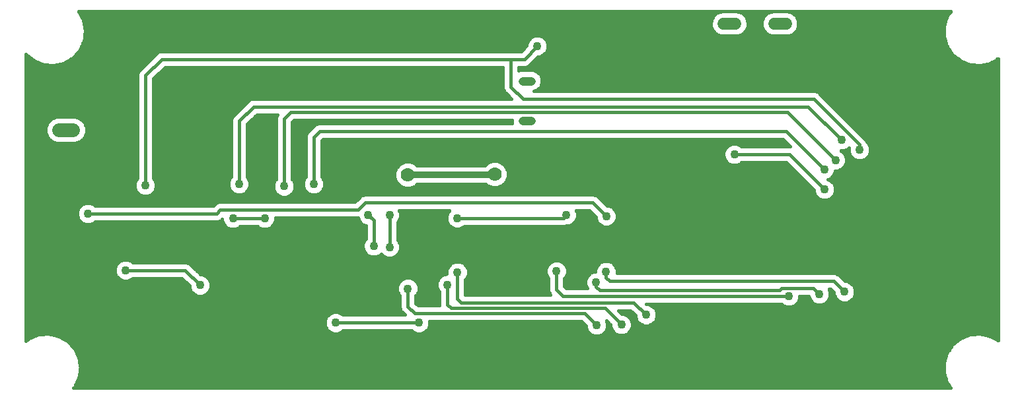
<source format=gbl>
G75*
%MOIN*%
%OFA0B0*%
%FSLAX25Y25*%
%IPPOS*%
%LPD*%
%AMOC8*
5,1,8,0,0,1.08239X$1,22.5*
%
%ADD10C,0.04400*%
%ADD11C,0.06000*%
%ADD12C,0.07050*%
%ADD13C,0.01600*%
%ADD14C,0.04356*%
%ADD15C,0.01000*%
%ADD16C,0.07000*%
%ADD17C,0.03200*%
D10*
X0256300Y0141000D02*
X0260700Y0141000D01*
X0260700Y0161000D02*
X0256300Y0161000D01*
D11*
X0357700Y0172100D02*
X0363700Y0172100D01*
X0383300Y0172100D02*
X0389300Y0172100D01*
X0389300Y0189900D02*
X0383300Y0189900D01*
X0363700Y0189900D02*
X0357700Y0189900D01*
D12*
X0029525Y0155843D02*
X0022475Y0155843D01*
X0022475Y0136157D02*
X0029525Y0136157D01*
D13*
X0030211Y0006311D02*
X0029737Y0005800D01*
X0472370Y0005800D01*
X0470503Y0008537D01*
X0470503Y0008537D01*
X0468992Y0013436D01*
X0468992Y0018564D01*
X0470503Y0023463D01*
X0470503Y0023463D01*
X0473391Y0027699D01*
X0473391Y0027699D01*
X0477400Y0030896D01*
X0477400Y0030896D01*
X0482173Y0032769D01*
X0482173Y0032769D01*
X0487285Y0033152D01*
X0487285Y0033152D01*
X0492284Y0032011D01*
X0492284Y0032011D01*
X0496200Y0029750D01*
X0496200Y0172250D01*
X0492284Y0169989D01*
X0492284Y0169989D01*
X0487285Y0168848D01*
X0487285Y0168848D01*
X0482173Y0169231D01*
X0482173Y0169231D01*
X0477400Y0171104D01*
X0473392Y0174301D01*
X0473391Y0174301D01*
X0470503Y0178537D01*
X0468992Y0183436D01*
X0468992Y0188564D01*
X0470503Y0193463D01*
X0472370Y0196200D01*
X0032237Y0196200D01*
X0032711Y0195689D01*
X0032711Y0195689D01*
X0034936Y0191070D01*
X0034936Y0191070D01*
X0035700Y0186000D01*
X0034936Y0180930D01*
X0034936Y0180930D01*
X0032711Y0176311D01*
X0032711Y0176311D01*
X0029224Y0172553D01*
X0029224Y0172552D01*
X0029224Y0172552D01*
X0024784Y0169989D01*
X0024784Y0169989D01*
X0019785Y0168848D01*
X0019785Y0168848D01*
X0014673Y0169231D01*
X0014673Y0169231D01*
X0009900Y0171104D01*
X0009900Y0171104D01*
X0005892Y0174301D01*
X0005891Y0174301D01*
X0005891Y0174301D01*
X0005800Y0174435D01*
X0005800Y0029620D01*
X0007400Y0030896D01*
X0007400Y0030896D01*
X0012173Y0032769D01*
X0012173Y0032769D01*
X0017285Y0033152D01*
X0017285Y0033152D01*
X0022284Y0032011D01*
X0022284Y0032011D01*
X0026724Y0029447D01*
X0026724Y0029447D01*
X0030211Y0025689D01*
X0030211Y0025689D01*
X0032436Y0021070D01*
X0033200Y0016000D01*
X0033200Y0016000D01*
X0032436Y0010930D01*
X0032436Y0010930D01*
X0030211Y0006311D01*
X0030211Y0006311D01*
X0030733Y0007394D02*
X0471283Y0007394D01*
X0470363Y0008993D02*
X0031503Y0008993D01*
X0032273Y0010591D02*
X0469870Y0010591D01*
X0469377Y0012190D02*
X0032626Y0012190D01*
X0032867Y0013788D02*
X0468992Y0013788D01*
X0468992Y0015387D02*
X0033108Y0015387D01*
X0033052Y0016985D02*
X0468992Y0016985D01*
X0468998Y0018584D02*
X0032811Y0018584D01*
X0032570Y0020182D02*
X0469491Y0020182D01*
X0469984Y0021781D02*
X0032094Y0021781D01*
X0031324Y0023379D02*
X0470478Y0023379D01*
X0471536Y0024978D02*
X0030554Y0024978D01*
X0029388Y0026576D02*
X0472626Y0026576D01*
X0473988Y0028175D02*
X0027905Y0028175D01*
X0026160Y0029773D02*
X0475993Y0029773D01*
X0478613Y0031372D02*
X0023391Y0031372D01*
X0018081Y0032970D02*
X0290624Y0032970D01*
X0290654Y0032941D02*
X0292630Y0032122D01*
X0294770Y0032122D01*
X0296746Y0032941D01*
X0298259Y0034454D01*
X0299078Y0036430D01*
X0299078Y0038570D01*
X0298586Y0039757D01*
X0300822Y0037521D01*
X0300822Y0036730D01*
X0301641Y0034754D01*
X0303154Y0033241D01*
X0305130Y0032422D01*
X0307270Y0032422D01*
X0309246Y0033241D01*
X0310759Y0034754D01*
X0311578Y0036730D01*
X0311578Y0038870D01*
X0310759Y0040846D01*
X0309246Y0042359D01*
X0307270Y0043178D01*
X0306479Y0043178D01*
X0304757Y0044900D01*
X0310843Y0044900D01*
X0313322Y0042421D01*
X0313322Y0041630D01*
X0314141Y0039654D01*
X0315654Y0038141D01*
X0317630Y0037322D01*
X0319770Y0037322D01*
X0321746Y0038141D01*
X0323259Y0039654D01*
X0324078Y0041630D01*
X0324078Y0043770D01*
X0323259Y0045746D01*
X0321746Y0047259D01*
X0319770Y0048078D01*
X0318979Y0048078D01*
X0318857Y0048200D01*
X0387194Y0048200D01*
X0387754Y0047641D01*
X0389730Y0046822D01*
X0391870Y0046822D01*
X0393846Y0047641D01*
X0395359Y0049154D01*
X0396178Y0051130D01*
X0396178Y0052300D01*
X0400722Y0052300D01*
X0400722Y0052130D01*
X0401541Y0050154D01*
X0403054Y0048641D01*
X0405030Y0047822D01*
X0407170Y0047822D01*
X0409146Y0048641D01*
X0410659Y0050154D01*
X0411478Y0052130D01*
X0411478Y0054270D01*
X0410886Y0055700D01*
X0411843Y0055700D01*
X0413422Y0054121D01*
X0413422Y0053330D01*
X0414241Y0051354D01*
X0415754Y0049841D01*
X0417730Y0049022D01*
X0419870Y0049022D01*
X0421846Y0049841D01*
X0423359Y0051354D01*
X0424178Y0053330D01*
X0424178Y0055470D01*
X0423359Y0057446D01*
X0421846Y0058959D01*
X0419870Y0059778D01*
X0419079Y0059778D01*
X0415766Y0063091D01*
X0414296Y0063700D01*
X0303878Y0063700D01*
X0303878Y0065570D01*
X0303059Y0067546D01*
X0301546Y0069059D01*
X0299570Y0069878D01*
X0297430Y0069878D01*
X0295454Y0069059D01*
X0293941Y0067546D01*
X0293122Y0065570D01*
X0293122Y0064578D01*
X0292430Y0064578D01*
X0290454Y0063759D01*
X0288941Y0062246D01*
X0288122Y0060270D01*
X0288122Y0058130D01*
X0288922Y0056200D01*
X0278457Y0056200D01*
X0277500Y0057157D01*
X0277500Y0061194D01*
X0278059Y0061754D01*
X0278878Y0063730D01*
X0278878Y0065870D01*
X0278059Y0067846D01*
X0276546Y0069359D01*
X0274570Y0070178D01*
X0272430Y0070178D01*
X0270454Y0069359D01*
X0268941Y0067846D01*
X0268122Y0065870D01*
X0268122Y0063730D01*
X0268941Y0061754D01*
X0269500Y0061194D01*
X0269500Y0054704D01*
X0270109Y0053234D01*
X0270443Y0052900D01*
X0227500Y0052900D01*
X0227500Y0060694D01*
X0228059Y0061254D01*
X0228878Y0063230D01*
X0228878Y0065370D01*
X0228059Y0067346D01*
X0226546Y0068859D01*
X0224570Y0069678D01*
X0222430Y0069678D01*
X0220454Y0068859D01*
X0218941Y0067346D01*
X0218122Y0065370D01*
X0218122Y0063378D01*
X0217430Y0063378D01*
X0215454Y0062559D01*
X0213941Y0061046D01*
X0213122Y0059070D01*
X0213122Y0056930D01*
X0213941Y0054954D01*
X0214500Y0054394D01*
X0214500Y0047400D01*
X0203657Y0047400D01*
X0202500Y0048557D01*
X0202500Y0052394D01*
X0203059Y0052954D01*
X0203878Y0054930D01*
X0203878Y0057070D01*
X0203059Y0059046D01*
X0201546Y0060559D01*
X0199570Y0061378D01*
X0197430Y0061378D01*
X0195454Y0060559D01*
X0193941Y0059046D01*
X0193122Y0057070D01*
X0193122Y0054930D01*
X0193941Y0052954D01*
X0194500Y0052394D01*
X0194500Y0046104D01*
X0195109Y0044634D01*
X0197043Y0042700D01*
X0165606Y0042700D01*
X0165046Y0043259D01*
X0163070Y0044078D01*
X0160930Y0044078D01*
X0158954Y0043259D01*
X0157441Y0041746D01*
X0156622Y0039770D01*
X0156622Y0037630D01*
X0157441Y0035654D01*
X0158954Y0034141D01*
X0160930Y0033322D01*
X0163070Y0033322D01*
X0165046Y0034141D01*
X0165606Y0034700D01*
X0200494Y0034700D01*
X0201054Y0034141D01*
X0203030Y0033322D01*
X0205170Y0033322D01*
X0207146Y0034141D01*
X0208659Y0035654D01*
X0209478Y0037630D01*
X0209478Y0039400D01*
X0286143Y0039400D01*
X0288322Y0037221D01*
X0288322Y0036430D01*
X0289141Y0034454D01*
X0290654Y0032941D01*
X0289093Y0034569D02*
X0207574Y0034569D01*
X0208872Y0036167D02*
X0288431Y0036167D01*
X0287777Y0037766D02*
X0209478Y0037766D01*
X0209478Y0039364D02*
X0286179Y0039364D01*
X0287800Y0043400D02*
X0293700Y0037500D01*
X0298749Y0039364D02*
X0298979Y0039364D01*
X0299078Y0037766D02*
X0300577Y0037766D01*
X0301055Y0036167D02*
X0298969Y0036167D01*
X0298307Y0034569D02*
X0301826Y0034569D01*
X0303807Y0032970D02*
X0296776Y0032970D01*
X0306200Y0037800D02*
X0297900Y0046100D01*
X0220300Y0046100D01*
X0218500Y0047900D01*
X0218500Y0058000D01*
X0213567Y0060145D02*
X0201961Y0060145D01*
X0203266Y0058546D02*
X0213122Y0058546D01*
X0213122Y0056948D02*
X0203878Y0056948D01*
X0203878Y0055349D02*
X0213777Y0055349D01*
X0214500Y0053751D02*
X0203389Y0053751D01*
X0202500Y0052152D02*
X0214500Y0052152D01*
X0214500Y0050554D02*
X0202500Y0050554D01*
X0202500Y0048955D02*
X0214500Y0048955D01*
X0223500Y0050900D02*
X0225500Y0048900D01*
X0312500Y0048900D01*
X0318700Y0042700D01*
X0324078Y0042561D02*
X0496200Y0042561D01*
X0496200Y0040963D02*
X0323801Y0040963D01*
X0322970Y0039364D02*
X0496200Y0039364D01*
X0496200Y0037766D02*
X0320841Y0037766D01*
X0316559Y0037766D02*
X0311578Y0037766D01*
X0311373Y0039364D02*
X0314430Y0039364D01*
X0313599Y0040963D02*
X0310643Y0040963D01*
X0308758Y0042561D02*
X0313182Y0042561D01*
X0311583Y0044160D02*
X0305497Y0044160D01*
X0287800Y0043400D02*
X0202000Y0043400D01*
X0198500Y0046900D01*
X0198500Y0056000D01*
X0193611Y0053751D02*
X0097256Y0053751D01*
X0096646Y0053141D02*
X0098159Y0054654D01*
X0098978Y0056630D01*
X0098978Y0058770D01*
X0098159Y0060746D01*
X0096646Y0062259D01*
X0094670Y0063078D01*
X0093879Y0063078D01*
X0088266Y0068691D01*
X0086796Y0069300D01*
X0059606Y0069300D01*
X0059046Y0069859D01*
X0057070Y0070678D01*
X0054930Y0070678D01*
X0052954Y0069859D01*
X0051441Y0068346D01*
X0050622Y0066370D01*
X0050622Y0064230D01*
X0051441Y0062254D01*
X0052954Y0060741D01*
X0054930Y0059922D01*
X0057070Y0059922D01*
X0059046Y0060741D01*
X0059606Y0061300D01*
X0084343Y0061300D01*
X0088222Y0057421D01*
X0088222Y0056630D01*
X0089041Y0054654D01*
X0090554Y0053141D01*
X0092530Y0052322D01*
X0094670Y0052322D01*
X0096646Y0053141D01*
X0098447Y0055349D02*
X0193122Y0055349D01*
X0193122Y0056948D02*
X0098978Y0056948D01*
X0098978Y0058546D02*
X0193734Y0058546D01*
X0195039Y0060145D02*
X0098408Y0060145D01*
X0097162Y0061743D02*
X0214638Y0061743D01*
X0217343Y0063342D02*
X0093615Y0063342D01*
X0092016Y0064940D02*
X0218122Y0064940D01*
X0218606Y0066539D02*
X0090418Y0066539D01*
X0088819Y0068137D02*
X0219732Y0068137D01*
X0223500Y0064300D02*
X0223500Y0050900D01*
X0227500Y0053751D02*
X0269895Y0053751D01*
X0269500Y0055349D02*
X0227500Y0055349D01*
X0227500Y0056948D02*
X0269500Y0056948D01*
X0269500Y0058546D02*
X0227500Y0058546D01*
X0227500Y0060145D02*
X0269500Y0060145D01*
X0268951Y0061743D02*
X0228262Y0061743D01*
X0228878Y0063342D02*
X0268283Y0063342D01*
X0268122Y0064940D02*
X0228878Y0064940D01*
X0228394Y0066539D02*
X0268399Y0066539D01*
X0269232Y0068137D02*
X0227268Y0068137D01*
X0244700Y0065300D02*
X0244700Y0062400D01*
X0243900Y0061600D01*
X0271363Y0069736D02*
X0059170Y0069736D01*
X0052830Y0069736D02*
X0005800Y0069736D01*
X0005800Y0071334D02*
X0496200Y0071334D01*
X0496200Y0069736D02*
X0299912Y0069736D01*
X0297088Y0069736D02*
X0275637Y0069736D01*
X0277768Y0068137D02*
X0294532Y0068137D01*
X0293524Y0066539D02*
X0278601Y0066539D01*
X0278878Y0064940D02*
X0293122Y0064940D01*
X0290036Y0063342D02*
X0278717Y0063342D01*
X0278049Y0061743D02*
X0288732Y0061743D01*
X0288122Y0060145D02*
X0277500Y0060145D01*
X0277500Y0058546D02*
X0288122Y0058546D01*
X0288612Y0056948D02*
X0277709Y0056948D01*
X0273500Y0055500D02*
X0276800Y0052200D01*
X0390800Y0052200D01*
X0396178Y0052152D02*
X0400722Y0052152D01*
X0401375Y0050554D02*
X0395939Y0050554D01*
X0395161Y0048955D02*
X0402739Y0048955D01*
X0409461Y0048955D02*
X0496200Y0048955D01*
X0496200Y0047357D02*
X0393161Y0047357D01*
X0388439Y0047357D02*
X0321511Y0047357D01*
X0323247Y0045758D02*
X0496200Y0045758D01*
X0496200Y0044160D02*
X0323916Y0044160D01*
X0311345Y0036167D02*
X0496200Y0036167D01*
X0496200Y0034569D02*
X0310574Y0034569D01*
X0308593Y0032970D02*
X0484861Y0032970D01*
X0488081Y0032970D02*
X0496200Y0032970D01*
X0496200Y0031372D02*
X0493391Y0031372D01*
X0496160Y0029773D02*
X0496200Y0029773D01*
X0496200Y0050554D02*
X0422559Y0050554D01*
X0423690Y0052152D02*
X0496200Y0052152D01*
X0496200Y0053751D02*
X0424178Y0053751D01*
X0424178Y0055349D02*
X0496200Y0055349D01*
X0496200Y0056948D02*
X0423566Y0056948D01*
X0422259Y0058546D02*
X0496200Y0058546D01*
X0496200Y0060145D02*
X0418712Y0060145D01*
X0417113Y0061743D02*
X0496200Y0061743D01*
X0496200Y0063342D02*
X0415160Y0063342D01*
X0413500Y0059700D02*
X0418800Y0054400D01*
X0413910Y0052152D02*
X0411478Y0052152D01*
X0411478Y0053751D02*
X0413422Y0053751D01*
X0412194Y0055349D02*
X0411031Y0055349D01*
X0406100Y0053200D02*
X0403000Y0056300D01*
X0387000Y0056300D01*
X0385900Y0055200D01*
X0295200Y0055200D01*
X0293500Y0056900D01*
X0293500Y0059200D01*
X0298500Y0061600D02*
X0300400Y0059700D01*
X0413500Y0059700D01*
X0415041Y0050554D02*
X0410825Y0050554D01*
X0496200Y0064940D02*
X0303878Y0064940D01*
X0303476Y0066539D02*
X0496200Y0066539D01*
X0496200Y0068137D02*
X0302468Y0068137D01*
X0298500Y0064500D02*
X0298500Y0061600D01*
X0273500Y0064800D02*
X0273500Y0055500D01*
X0292500Y0085600D02*
X0291600Y0086500D01*
X0288400Y0086500D01*
X0294041Y0089554D02*
X0295554Y0088041D01*
X0297530Y0087222D01*
X0299670Y0087222D01*
X0301646Y0088041D01*
X0303159Y0089554D01*
X0303978Y0091530D01*
X0303978Y0093670D01*
X0303159Y0095646D01*
X0301646Y0097159D01*
X0299670Y0097978D01*
X0298879Y0097978D01*
X0294066Y0102791D01*
X0292596Y0103400D01*
X0176204Y0103400D01*
X0174734Y0102791D01*
X0173609Y0101666D01*
X0171643Y0099700D01*
X0103004Y0099700D01*
X0101534Y0099091D01*
X0100409Y0097966D01*
X0100343Y0097900D01*
X0040606Y0097900D01*
X0040046Y0098459D01*
X0038070Y0099278D01*
X0035930Y0099278D01*
X0033954Y0098459D01*
X0032441Y0096946D01*
X0031622Y0094970D01*
X0031622Y0092830D01*
X0032441Y0090854D01*
X0033954Y0089341D01*
X0035930Y0088522D01*
X0038070Y0088522D01*
X0040046Y0089341D01*
X0040606Y0089900D01*
X0102796Y0089900D01*
X0104266Y0090509D01*
X0104822Y0091065D01*
X0104822Y0090430D01*
X0105641Y0088454D01*
X0107154Y0086941D01*
X0109130Y0086122D01*
X0111270Y0086122D01*
X0113246Y0086941D01*
X0113806Y0087500D01*
X0122594Y0087500D01*
X0123154Y0086941D01*
X0125130Y0086122D01*
X0127270Y0086122D01*
X0129246Y0086941D01*
X0130759Y0088454D01*
X0131578Y0090430D01*
X0131578Y0091700D01*
X0173300Y0091700D01*
X0173941Y0090154D01*
X0175454Y0088641D01*
X0177200Y0087917D01*
X0177200Y0081106D01*
X0176641Y0080546D01*
X0175822Y0078570D01*
X0175822Y0076430D01*
X0176641Y0074454D01*
X0178154Y0072941D01*
X0180130Y0072122D01*
X0182270Y0072122D01*
X0184246Y0072941D01*
X0184950Y0073644D01*
X0186154Y0072441D01*
X0188130Y0071622D01*
X0190270Y0071622D01*
X0192246Y0072441D01*
X0193759Y0073954D01*
X0194578Y0075930D01*
X0194578Y0078070D01*
X0193759Y0080046D01*
X0193200Y0080606D01*
X0193200Y0089594D01*
X0193759Y0090154D01*
X0194578Y0092130D01*
X0194578Y0094270D01*
X0194110Y0095400D01*
X0219494Y0095400D01*
X0218741Y0094646D01*
X0217922Y0092670D01*
X0217922Y0090530D01*
X0218741Y0088554D01*
X0220254Y0087041D01*
X0222230Y0086222D01*
X0224370Y0086222D01*
X0226346Y0087041D01*
X0226906Y0087600D01*
X0277696Y0087600D01*
X0278232Y0087822D01*
X0279570Y0087822D01*
X0281546Y0088641D01*
X0283059Y0090154D01*
X0283878Y0092130D01*
X0283878Y0094270D01*
X0283410Y0095400D01*
X0290143Y0095400D01*
X0293222Y0092321D01*
X0293222Y0091530D01*
X0294041Y0089554D01*
X0294676Y0088918D02*
X0281824Y0088918D01*
X0283210Y0090517D02*
X0293642Y0090517D01*
X0293222Y0092115D02*
X0283872Y0092115D01*
X0283878Y0093714D02*
X0291829Y0093714D01*
X0290231Y0095312D02*
X0283446Y0095312D01*
X0278500Y0093200D02*
X0276900Y0091600D01*
X0223300Y0091600D01*
X0218354Y0093714D02*
X0194578Y0093714D01*
X0194572Y0092115D02*
X0217922Y0092115D01*
X0217928Y0090517D02*
X0193910Y0090517D01*
X0193200Y0088918D02*
X0218590Y0088918D01*
X0219975Y0087320D02*
X0193200Y0087320D01*
X0193200Y0085721D02*
X0496200Y0085721D01*
X0496200Y0084123D02*
X0193200Y0084123D01*
X0193200Y0082524D02*
X0496200Y0082524D01*
X0496200Y0080926D02*
X0193200Y0080926D01*
X0194057Y0079327D02*
X0496200Y0079327D01*
X0496200Y0077729D02*
X0194578Y0077729D01*
X0194578Y0076130D02*
X0496200Y0076130D01*
X0496200Y0074532D02*
X0193999Y0074532D01*
X0192739Y0072933D02*
X0496200Y0072933D01*
X0496200Y0087320D02*
X0299905Y0087320D01*
X0297295Y0087320D02*
X0226625Y0087320D01*
X0219407Y0095312D02*
X0194146Y0095312D01*
X0189200Y0093200D02*
X0189200Y0077000D01*
X0181200Y0077500D02*
X0181200Y0090500D01*
X0178500Y0093200D01*
X0173790Y0090517D02*
X0131578Y0090517D01*
X0130952Y0088918D02*
X0175176Y0088918D01*
X0177200Y0087320D02*
X0129625Y0087320D01*
X0122775Y0087320D02*
X0113625Y0087320D01*
X0106775Y0087320D02*
X0005800Y0087320D01*
X0005800Y0088918D02*
X0034974Y0088918D01*
X0032778Y0090517D02*
X0005800Y0090517D01*
X0005800Y0092115D02*
X0031918Y0092115D01*
X0031622Y0093714D02*
X0005800Y0093714D01*
X0005800Y0095312D02*
X0031764Y0095312D01*
X0032426Y0096911D02*
X0005800Y0096911D01*
X0005800Y0098509D02*
X0034074Y0098509D01*
X0039926Y0098509D02*
X0100952Y0098509D01*
X0103800Y0095700D02*
X0173300Y0095700D01*
X0177000Y0099400D01*
X0291800Y0099400D01*
X0298600Y0092600D01*
X0303558Y0090517D02*
X0496200Y0090517D01*
X0496200Y0092115D02*
X0303978Y0092115D01*
X0303960Y0093714D02*
X0496200Y0093714D01*
X0496200Y0095312D02*
X0303298Y0095312D01*
X0301895Y0096911D02*
X0496200Y0096911D01*
X0496200Y0098509D02*
X0298348Y0098509D01*
X0296749Y0100108D02*
X0496200Y0100108D01*
X0496200Y0101706D02*
X0411912Y0101706D01*
X0411746Y0101541D02*
X0413259Y0103054D01*
X0414078Y0105030D01*
X0414078Y0107170D01*
X0413259Y0109146D01*
X0411746Y0110659D01*
X0410511Y0111171D01*
X0411646Y0111641D01*
X0413159Y0113154D01*
X0413978Y0115130D01*
X0413978Y0115622D01*
X0415370Y0115622D01*
X0417346Y0116441D01*
X0418859Y0117954D01*
X0419678Y0119930D01*
X0419678Y0122070D01*
X0418859Y0124046D01*
X0417346Y0125559D01*
X0416953Y0125722D01*
X0418470Y0125722D01*
X0420446Y0126541D01*
X0421022Y0127116D01*
X0421022Y0125030D01*
X0421841Y0123054D01*
X0423354Y0121541D01*
X0425330Y0120722D01*
X0427470Y0120722D01*
X0429446Y0121541D01*
X0430959Y0123054D01*
X0431778Y0125030D01*
X0431778Y0127170D01*
X0430959Y0129146D01*
X0430252Y0129854D01*
X0429791Y0130966D01*
X0406791Y0153966D01*
X0405666Y0155091D01*
X0404196Y0155700D01*
X0262015Y0155700D01*
X0263759Y0156422D01*
X0265278Y0157941D01*
X0266100Y0159926D01*
X0266100Y0162074D01*
X0265278Y0164059D01*
X0263759Y0165578D01*
X0261774Y0166400D01*
X0255226Y0166400D01*
X0254500Y0166099D01*
X0254500Y0168000D01*
X0257996Y0168000D01*
X0259466Y0168609D01*
X0264079Y0173222D01*
X0264870Y0173222D01*
X0266846Y0174041D01*
X0268359Y0175554D01*
X0269178Y0177530D01*
X0269178Y0179670D01*
X0268359Y0181646D01*
X0266846Y0183159D01*
X0264870Y0183978D01*
X0262730Y0183978D01*
X0260754Y0183159D01*
X0259241Y0181646D01*
X0258422Y0179670D01*
X0258422Y0178879D01*
X0255543Y0176000D01*
X0073504Y0176000D01*
X0072034Y0175391D01*
X0070909Y0174266D01*
X0062609Y0165966D01*
X0062000Y0164496D01*
X0062000Y0111706D01*
X0061441Y0111146D01*
X0060622Y0109170D01*
X0060622Y0107030D01*
X0061441Y0105054D01*
X0062954Y0103541D01*
X0064930Y0102722D01*
X0067070Y0102722D01*
X0069046Y0103541D01*
X0070559Y0105054D01*
X0071378Y0107030D01*
X0071378Y0109170D01*
X0070559Y0111146D01*
X0070000Y0111706D01*
X0070000Y0162043D01*
X0075957Y0168000D01*
X0246500Y0168000D01*
X0246500Y0157004D01*
X0247109Y0155534D01*
X0248234Y0154409D01*
X0250643Y0152000D01*
X0119804Y0152000D01*
X0118334Y0151391D01*
X0117209Y0150266D01*
X0109909Y0142966D01*
X0109300Y0141496D01*
X0109300Y0112506D01*
X0108741Y0111946D01*
X0107922Y0109970D01*
X0107922Y0107830D01*
X0108741Y0105854D01*
X0110254Y0104341D01*
X0112230Y0103522D01*
X0114370Y0103522D01*
X0116346Y0104341D01*
X0117859Y0105854D01*
X0118678Y0107830D01*
X0118678Y0109970D01*
X0117859Y0111946D01*
X0117300Y0112506D01*
X0117300Y0139043D01*
X0122257Y0144000D01*
X0132540Y0144000D01*
X0132000Y0142696D01*
X0132000Y0111306D01*
X0131441Y0110746D01*
X0130622Y0108770D01*
X0130622Y0106630D01*
X0131441Y0104654D01*
X0132954Y0103141D01*
X0134930Y0102322D01*
X0137070Y0102322D01*
X0139046Y0103141D01*
X0140559Y0104654D01*
X0141378Y0106630D01*
X0141378Y0108770D01*
X0140559Y0110746D01*
X0140000Y0111306D01*
X0140000Y0140243D01*
X0140957Y0141200D01*
X0250900Y0141200D01*
X0250900Y0139926D01*
X0251035Y0139600D01*
X0153204Y0139600D01*
X0151734Y0138991D01*
X0150609Y0137866D01*
X0147609Y0134866D01*
X0147000Y0133396D01*
X0147000Y0112506D01*
X0146441Y0111946D01*
X0145622Y0109970D01*
X0145622Y0107830D01*
X0146441Y0105854D01*
X0147954Y0104341D01*
X0149930Y0103522D01*
X0152070Y0103522D01*
X0154046Y0104341D01*
X0155559Y0105854D01*
X0156378Y0107830D01*
X0156378Y0109970D01*
X0155559Y0111946D01*
X0155000Y0112506D01*
X0155000Y0130943D01*
X0155657Y0131600D01*
X0387543Y0131600D01*
X0391343Y0127800D01*
X0366806Y0127800D01*
X0366246Y0128359D01*
X0364270Y0129178D01*
X0362130Y0129178D01*
X0360154Y0128359D01*
X0358641Y0126846D01*
X0357822Y0124870D01*
X0357822Y0122730D01*
X0358641Y0120754D01*
X0360154Y0119241D01*
X0362130Y0118422D01*
X0364270Y0118422D01*
X0366246Y0119241D01*
X0366806Y0119800D01*
X0389343Y0119800D01*
X0403322Y0105821D01*
X0403322Y0105030D01*
X0404141Y0103054D01*
X0405654Y0101541D01*
X0407630Y0100722D01*
X0409770Y0100722D01*
X0411746Y0101541D01*
X0413363Y0103305D02*
X0496200Y0103305D01*
X0496200Y0104903D02*
X0414025Y0104903D01*
X0414078Y0106502D02*
X0496200Y0106502D01*
X0496200Y0108100D02*
X0413693Y0108100D01*
X0412707Y0109699D02*
X0496200Y0109699D01*
X0496200Y0111297D02*
X0410817Y0111297D01*
X0412901Y0112896D02*
X0496200Y0112896D01*
X0496200Y0114494D02*
X0413715Y0114494D01*
X0416506Y0116093D02*
X0496200Y0116093D01*
X0496200Y0117691D02*
X0418597Y0117691D01*
X0419413Y0119290D02*
X0496200Y0119290D01*
X0496200Y0120888D02*
X0427871Y0120888D01*
X0424929Y0120888D02*
X0419678Y0120888D01*
X0419505Y0122487D02*
X0422408Y0122487D01*
X0421413Y0124085D02*
X0418820Y0124085D01*
X0417045Y0125684D02*
X0421022Y0125684D01*
X0426400Y0126100D02*
X0426400Y0128700D01*
X0403400Y0151700D01*
X0256600Y0151700D01*
X0250500Y0157800D01*
X0250500Y0171500D01*
X0251000Y0172000D01*
X0257200Y0172000D01*
X0263800Y0178600D01*
X0269178Y0178435D02*
X0470573Y0178435D01*
X0470042Y0180033D02*
X0269027Y0180033D01*
X0268365Y0181632D02*
X0469549Y0181632D01*
X0469056Y0183230D02*
X0266675Y0183230D01*
X0260925Y0183230D02*
X0035283Y0183230D01*
X0035042Y0181632D02*
X0259235Y0181632D01*
X0258573Y0180033D02*
X0034504Y0180033D01*
X0033734Y0178435D02*
X0257978Y0178435D01*
X0256379Y0176836D02*
X0032964Y0176836D01*
X0031716Y0175238D02*
X0071881Y0175238D01*
X0070282Y0173639D02*
X0030232Y0173639D01*
X0028338Y0172041D02*
X0068684Y0172041D01*
X0067085Y0170442D02*
X0025569Y0170442D01*
X0011587Y0170442D02*
X0005800Y0170442D01*
X0005800Y0168844D02*
X0065487Y0168844D01*
X0063888Y0167245D02*
X0005800Y0167245D01*
X0005800Y0165647D02*
X0062477Y0165647D01*
X0062000Y0164048D02*
X0005800Y0164048D01*
X0005800Y0162450D02*
X0062000Y0162450D01*
X0062000Y0160851D02*
X0005800Y0160851D01*
X0005800Y0159253D02*
X0062000Y0159253D01*
X0062000Y0157654D02*
X0005800Y0157654D01*
X0005800Y0156056D02*
X0062000Y0156056D01*
X0062000Y0154457D02*
X0005800Y0154457D01*
X0005800Y0152859D02*
X0062000Y0152859D01*
X0062000Y0151260D02*
X0005800Y0151260D01*
X0005800Y0149662D02*
X0062000Y0149662D01*
X0062000Y0148063D02*
X0005800Y0148063D01*
X0005800Y0146465D02*
X0062000Y0146465D01*
X0062000Y0144866D02*
X0005800Y0144866D01*
X0005800Y0143268D02*
X0062000Y0143268D01*
X0062000Y0141669D02*
X0033524Y0141669D01*
X0033334Y0141859D02*
X0030863Y0142882D01*
X0021137Y0142882D01*
X0018666Y0141859D01*
X0016774Y0139967D01*
X0015750Y0137495D01*
X0015750Y0134820D01*
X0016774Y0132348D01*
X0018666Y0130456D01*
X0021137Y0129432D01*
X0030863Y0129432D01*
X0033334Y0130456D01*
X0035226Y0132348D01*
X0036250Y0134820D01*
X0036250Y0137495D01*
X0035226Y0139967D01*
X0033334Y0141859D01*
X0035123Y0140070D02*
X0062000Y0140070D01*
X0062000Y0138472D02*
X0035845Y0138472D01*
X0036250Y0136873D02*
X0062000Y0136873D01*
X0062000Y0135275D02*
X0036250Y0135275D01*
X0035776Y0133676D02*
X0062000Y0133676D01*
X0062000Y0132078D02*
X0034956Y0132078D01*
X0033358Y0130479D02*
X0062000Y0130479D01*
X0062000Y0128881D02*
X0005800Y0128881D01*
X0005800Y0130479D02*
X0018642Y0130479D01*
X0017044Y0132078D02*
X0005800Y0132078D01*
X0005800Y0133676D02*
X0016224Y0133676D01*
X0015750Y0135275D02*
X0005800Y0135275D01*
X0005800Y0136873D02*
X0015750Y0136873D01*
X0016155Y0138472D02*
X0005800Y0138472D01*
X0005800Y0140070D02*
X0016877Y0140070D01*
X0018476Y0141669D02*
X0005800Y0141669D01*
X0005800Y0127282D02*
X0062000Y0127282D01*
X0062000Y0125684D02*
X0005800Y0125684D01*
X0005800Y0124085D02*
X0062000Y0124085D01*
X0062000Y0122487D02*
X0005800Y0122487D01*
X0005800Y0120888D02*
X0062000Y0120888D01*
X0062000Y0119290D02*
X0005800Y0119290D01*
X0005800Y0117691D02*
X0062000Y0117691D01*
X0062000Y0116093D02*
X0005800Y0116093D01*
X0005800Y0114494D02*
X0062000Y0114494D01*
X0062000Y0112896D02*
X0005800Y0112896D01*
X0005800Y0111297D02*
X0061592Y0111297D01*
X0060841Y0109699D02*
X0005800Y0109699D01*
X0005800Y0108100D02*
X0060622Y0108100D01*
X0060841Y0106502D02*
X0005800Y0106502D01*
X0005800Y0104903D02*
X0061591Y0104903D01*
X0063524Y0103305D02*
X0005800Y0103305D01*
X0005800Y0101706D02*
X0173649Y0101706D01*
X0172051Y0100108D02*
X0005800Y0100108D01*
X0037000Y0093900D02*
X0102000Y0093900D01*
X0103800Y0095700D01*
X0104273Y0090517D02*
X0104822Y0090517D01*
X0105448Y0088918D02*
X0039026Y0088918D01*
X0005800Y0085721D02*
X0177200Y0085721D01*
X0177200Y0084123D02*
X0005800Y0084123D01*
X0005800Y0082524D02*
X0177200Y0082524D01*
X0177020Y0080926D02*
X0005800Y0080926D01*
X0005800Y0079327D02*
X0176136Y0079327D01*
X0175822Y0077729D02*
X0005800Y0077729D01*
X0005800Y0076130D02*
X0175946Y0076130D01*
X0176609Y0074532D02*
X0005800Y0074532D01*
X0005800Y0072933D02*
X0178172Y0072933D01*
X0184228Y0072933D02*
X0185661Y0072933D01*
X0165500Y0067900D02*
X0165500Y0062800D01*
X0166100Y0062200D01*
X0194500Y0052152D02*
X0005800Y0052152D01*
X0005800Y0050554D02*
X0194500Y0050554D01*
X0194500Y0048955D02*
X0005800Y0048955D01*
X0005800Y0047357D02*
X0194500Y0047357D01*
X0194643Y0045758D02*
X0005800Y0045758D01*
X0005800Y0044160D02*
X0195583Y0044160D01*
X0204100Y0038700D02*
X0162000Y0038700D01*
X0157228Y0036167D02*
X0005800Y0036167D01*
X0005800Y0034569D02*
X0158526Y0034569D01*
X0165474Y0034569D02*
X0200626Y0034569D01*
X0158256Y0042561D02*
X0005800Y0042561D01*
X0005800Y0040963D02*
X0157116Y0040963D01*
X0156622Y0039364D02*
X0005800Y0039364D01*
X0005800Y0037766D02*
X0156622Y0037766D01*
X0093600Y0057700D02*
X0086000Y0065300D01*
X0056000Y0065300D01*
X0050990Y0063342D02*
X0005800Y0063342D01*
X0005800Y0064940D02*
X0050622Y0064940D01*
X0050692Y0066539D02*
X0005800Y0066539D01*
X0005800Y0068137D02*
X0051354Y0068137D01*
X0051951Y0061743D02*
X0005800Y0061743D01*
X0005800Y0060145D02*
X0054392Y0060145D01*
X0057608Y0060145D02*
X0085498Y0060145D01*
X0087097Y0058546D02*
X0005800Y0058546D01*
X0005800Y0056948D02*
X0088222Y0056948D01*
X0088753Y0055349D02*
X0005800Y0055349D01*
X0005800Y0053751D02*
X0089944Y0053751D01*
X0014861Y0032970D02*
X0005800Y0032970D01*
X0005800Y0031372D02*
X0008613Y0031372D01*
X0005993Y0029773D02*
X0005800Y0029773D01*
X0110200Y0091500D02*
X0126200Y0091500D01*
X0132790Y0103305D02*
X0068476Y0103305D01*
X0070409Y0104903D02*
X0109691Y0104903D01*
X0108472Y0106502D02*
X0071159Y0106502D01*
X0071378Y0108100D02*
X0107922Y0108100D01*
X0107922Y0109699D02*
X0071159Y0109699D01*
X0070408Y0111297D02*
X0108472Y0111297D01*
X0109300Y0112896D02*
X0070000Y0112896D01*
X0070000Y0114494D02*
X0109300Y0114494D01*
X0109300Y0116093D02*
X0070000Y0116093D01*
X0070000Y0117691D02*
X0109300Y0117691D01*
X0109300Y0119290D02*
X0070000Y0119290D01*
X0070000Y0120888D02*
X0109300Y0120888D01*
X0109300Y0122487D02*
X0070000Y0122487D01*
X0070000Y0124085D02*
X0109300Y0124085D01*
X0109300Y0125684D02*
X0070000Y0125684D01*
X0070000Y0127282D02*
X0109300Y0127282D01*
X0109300Y0128881D02*
X0070000Y0128881D01*
X0070000Y0130479D02*
X0109300Y0130479D01*
X0109300Y0132078D02*
X0070000Y0132078D01*
X0070000Y0133676D02*
X0109300Y0133676D01*
X0109300Y0135275D02*
X0070000Y0135275D01*
X0070000Y0136873D02*
X0109300Y0136873D01*
X0109300Y0138472D02*
X0070000Y0138472D01*
X0070000Y0140070D02*
X0109300Y0140070D01*
X0109372Y0141669D02*
X0070000Y0141669D01*
X0070000Y0143268D02*
X0110211Y0143268D01*
X0111809Y0144866D02*
X0070000Y0144866D01*
X0070000Y0146465D02*
X0113408Y0146465D01*
X0115006Y0148063D02*
X0070000Y0148063D01*
X0070000Y0149662D02*
X0116605Y0149662D01*
X0118203Y0151260D02*
X0070000Y0151260D01*
X0070000Y0152859D02*
X0249785Y0152859D01*
X0248186Y0154457D02*
X0070000Y0154457D01*
X0070000Y0156056D02*
X0246893Y0156056D01*
X0246500Y0157654D02*
X0070000Y0157654D01*
X0070000Y0159253D02*
X0246500Y0159253D01*
X0246500Y0160851D02*
X0070000Y0160851D01*
X0070406Y0162450D02*
X0246500Y0162450D01*
X0246500Y0164048D02*
X0072005Y0164048D01*
X0073604Y0165647D02*
X0246500Y0165647D01*
X0246500Y0167245D02*
X0075202Y0167245D01*
X0074300Y0172000D02*
X0066000Y0163700D01*
X0066000Y0108100D01*
X0113300Y0108900D02*
X0113300Y0140700D01*
X0120600Y0148000D01*
X0400500Y0148000D01*
X0417400Y0131100D01*
X0425482Y0135275D02*
X0496200Y0135275D01*
X0496200Y0136873D02*
X0423883Y0136873D01*
X0422285Y0138472D02*
X0496200Y0138472D01*
X0496200Y0140070D02*
X0420686Y0140070D01*
X0419088Y0141669D02*
X0496200Y0141669D01*
X0496200Y0143268D02*
X0417489Y0143268D01*
X0415891Y0144866D02*
X0496200Y0144866D01*
X0496200Y0146465D02*
X0414292Y0146465D01*
X0412694Y0148063D02*
X0496200Y0148063D01*
X0496200Y0149662D02*
X0411095Y0149662D01*
X0409497Y0151260D02*
X0496200Y0151260D01*
X0496200Y0152859D02*
X0407898Y0152859D01*
X0406791Y0153966D02*
X0406791Y0153966D01*
X0406300Y0154457D02*
X0496200Y0154457D01*
X0496200Y0156056D02*
X0262874Y0156056D01*
X0264991Y0157654D02*
X0496200Y0157654D01*
X0496200Y0159253D02*
X0265821Y0159253D01*
X0266100Y0160851D02*
X0496200Y0160851D01*
X0496200Y0162450D02*
X0265944Y0162450D01*
X0265282Y0164048D02*
X0496200Y0164048D01*
X0496200Y0165647D02*
X0263593Y0165647D01*
X0259701Y0168844D02*
X0496200Y0168844D01*
X0496200Y0170442D02*
X0493069Y0170442D01*
X0495838Y0172041D02*
X0496200Y0172041D01*
X0496200Y0167245D02*
X0254500Y0167245D01*
X0261299Y0170442D02*
X0479087Y0170442D01*
X0476226Y0172041D02*
X0262898Y0172041D01*
X0265877Y0173639D02*
X0474221Y0173639D01*
X0472753Y0175238D02*
X0268043Y0175238D01*
X0268890Y0176836D02*
X0471663Y0176836D01*
X0468992Y0184829D02*
X0392997Y0184829D01*
X0392812Y0184644D02*
X0394556Y0186388D01*
X0395500Y0188667D01*
X0395500Y0191133D01*
X0394556Y0193412D01*
X0392812Y0195156D01*
X0390533Y0196100D01*
X0382067Y0196100D01*
X0379788Y0195156D01*
X0378044Y0193412D01*
X0377100Y0191133D01*
X0377100Y0188667D01*
X0378044Y0186388D01*
X0379788Y0184644D01*
X0382067Y0183700D01*
X0390533Y0183700D01*
X0392812Y0184644D01*
X0394572Y0186427D02*
X0468992Y0186427D01*
X0468992Y0188026D02*
X0395235Y0188026D01*
X0395500Y0189624D02*
X0469319Y0189624D01*
X0469812Y0191223D02*
X0395463Y0191223D01*
X0394801Y0192821D02*
X0470305Y0192821D01*
X0470503Y0193463D02*
X0470503Y0193463D01*
X0471156Y0194420D02*
X0393548Y0194420D01*
X0390730Y0196018D02*
X0472246Y0196018D01*
X0381870Y0196018D02*
X0365130Y0196018D01*
X0364933Y0196100D02*
X0356467Y0196100D01*
X0354188Y0195156D01*
X0352444Y0193412D01*
X0351500Y0191133D01*
X0351500Y0188667D01*
X0352444Y0186388D01*
X0354188Y0184644D01*
X0356467Y0183700D01*
X0364933Y0183700D01*
X0367212Y0184644D01*
X0368956Y0186388D01*
X0369900Y0188667D01*
X0369900Y0191133D01*
X0368956Y0193412D01*
X0367212Y0195156D01*
X0364933Y0196100D01*
X0367948Y0194420D02*
X0379052Y0194420D01*
X0377799Y0192821D02*
X0369201Y0192821D01*
X0369863Y0191223D02*
X0377137Y0191223D01*
X0377100Y0189624D02*
X0369900Y0189624D01*
X0369635Y0188026D02*
X0377365Y0188026D01*
X0378028Y0186427D02*
X0368972Y0186427D01*
X0367397Y0184829D02*
X0379603Y0184829D01*
X0354003Y0184829D02*
X0035523Y0184829D01*
X0035636Y0186427D02*
X0352428Y0186427D01*
X0351765Y0188026D02*
X0035395Y0188026D01*
X0035154Y0189624D02*
X0351500Y0189624D01*
X0351537Y0191223D02*
X0034862Y0191223D01*
X0034092Y0192821D02*
X0352199Y0192821D01*
X0353452Y0194420D02*
X0033323Y0194420D01*
X0032406Y0196018D02*
X0356270Y0196018D01*
X0251000Y0172000D02*
X0074300Y0172000D01*
X0008726Y0172041D02*
X0005800Y0172041D01*
X0005800Y0173639D02*
X0006721Y0173639D01*
X0117300Y0138472D02*
X0132000Y0138472D01*
X0132000Y0140070D02*
X0118327Y0140070D01*
X0119926Y0141669D02*
X0132000Y0141669D01*
X0132237Y0143268D02*
X0121524Y0143268D01*
X0117300Y0136873D02*
X0132000Y0136873D01*
X0132000Y0135275D02*
X0117300Y0135275D01*
X0117300Y0133676D02*
X0132000Y0133676D01*
X0132000Y0132078D02*
X0117300Y0132078D01*
X0117300Y0130479D02*
X0132000Y0130479D01*
X0132000Y0128881D02*
X0117300Y0128881D01*
X0117300Y0127282D02*
X0132000Y0127282D01*
X0132000Y0125684D02*
X0117300Y0125684D01*
X0117300Y0124085D02*
X0132000Y0124085D01*
X0132000Y0122487D02*
X0117300Y0122487D01*
X0117300Y0120888D02*
X0132000Y0120888D01*
X0132000Y0119290D02*
X0117300Y0119290D01*
X0117300Y0117691D02*
X0132000Y0117691D01*
X0132000Y0116093D02*
X0117300Y0116093D01*
X0117300Y0114494D02*
X0132000Y0114494D01*
X0132000Y0112896D02*
X0117300Y0112896D01*
X0118128Y0111297D02*
X0131992Y0111297D01*
X0131007Y0109699D02*
X0118678Y0109699D01*
X0118678Y0108100D02*
X0130622Y0108100D01*
X0130675Y0106502D02*
X0118128Y0106502D01*
X0116909Y0104903D02*
X0131337Y0104903D01*
X0136000Y0107700D02*
X0136000Y0141900D01*
X0139300Y0145200D01*
X0390100Y0145200D01*
X0414300Y0121000D01*
X0408600Y0116200D02*
X0407200Y0117600D01*
X0389200Y0135600D01*
X0154000Y0135600D01*
X0151000Y0132600D01*
X0151000Y0108900D01*
X0146172Y0111297D02*
X0140008Y0111297D01*
X0140000Y0112896D02*
X0147000Y0112896D01*
X0147000Y0114494D02*
X0140000Y0114494D01*
X0140000Y0116093D02*
X0147000Y0116093D01*
X0147000Y0117691D02*
X0140000Y0117691D01*
X0140000Y0119290D02*
X0147000Y0119290D01*
X0147000Y0120888D02*
X0140000Y0120888D01*
X0140000Y0122487D02*
X0147000Y0122487D01*
X0147000Y0124085D02*
X0140000Y0124085D01*
X0140000Y0125684D02*
X0147000Y0125684D01*
X0147000Y0127282D02*
X0140000Y0127282D01*
X0140000Y0128881D02*
X0147000Y0128881D01*
X0147000Y0130479D02*
X0140000Y0130479D01*
X0140000Y0132078D02*
X0147000Y0132078D01*
X0147116Y0133676D02*
X0140000Y0133676D01*
X0140000Y0135275D02*
X0148018Y0135275D01*
X0149617Y0136873D02*
X0140000Y0136873D01*
X0140000Y0138472D02*
X0151215Y0138472D01*
X0140000Y0140070D02*
X0250900Y0140070D01*
X0243533Y0120500D02*
X0240867Y0120500D01*
X0238405Y0119480D01*
X0237225Y0118300D01*
X0203175Y0118300D01*
X0202295Y0119180D01*
X0199833Y0120200D01*
X0197167Y0120200D01*
X0194705Y0119180D01*
X0192820Y0117295D01*
X0191800Y0114833D01*
X0191800Y0112167D01*
X0192820Y0109705D01*
X0194705Y0107820D01*
X0197167Y0106800D01*
X0199833Y0106800D01*
X0202295Y0107820D01*
X0203175Y0108700D01*
X0237825Y0108700D01*
X0238405Y0108120D01*
X0240867Y0107100D01*
X0243533Y0107100D01*
X0245995Y0108120D01*
X0247880Y0110005D01*
X0248900Y0112467D01*
X0248900Y0115133D01*
X0247880Y0117595D01*
X0245995Y0119480D01*
X0243533Y0120500D01*
X0246185Y0119290D02*
X0360105Y0119290D01*
X0358585Y0120888D02*
X0155000Y0120888D01*
X0155000Y0119290D02*
X0194970Y0119290D01*
X0193216Y0117691D02*
X0155000Y0117691D01*
X0155000Y0116093D02*
X0192322Y0116093D01*
X0191800Y0114494D02*
X0155000Y0114494D01*
X0155000Y0112896D02*
X0191800Y0112896D01*
X0192160Y0111297D02*
X0155828Y0111297D01*
X0156378Y0109699D02*
X0192826Y0109699D01*
X0194425Y0108100D02*
X0156378Y0108100D01*
X0155828Y0106502D02*
X0402641Y0106502D01*
X0403375Y0104903D02*
X0154609Y0104903D01*
X0147391Y0104903D02*
X0140663Y0104903D01*
X0141325Y0106502D02*
X0146172Y0106502D01*
X0145622Y0108100D02*
X0141378Y0108100D01*
X0140993Y0109699D02*
X0145622Y0109699D01*
X0139210Y0103305D02*
X0175974Y0103305D01*
X0202575Y0108100D02*
X0238452Y0108100D01*
X0245948Y0108100D02*
X0401043Y0108100D01*
X0399444Y0109699D02*
X0247574Y0109699D01*
X0248415Y0111297D02*
X0397846Y0111297D01*
X0396247Y0112896D02*
X0248900Y0112896D01*
X0248900Y0114494D02*
X0394649Y0114494D01*
X0393050Y0116093D02*
X0248502Y0116093D01*
X0247784Y0117691D02*
X0391452Y0117691D01*
X0389853Y0119290D02*
X0366295Y0119290D01*
X0357923Y0122487D02*
X0155000Y0122487D01*
X0155000Y0124085D02*
X0357822Y0124085D01*
X0358159Y0125684D02*
X0155000Y0125684D01*
X0155000Y0127282D02*
X0359077Y0127282D01*
X0361413Y0128881D02*
X0155000Y0128881D01*
X0155000Y0130479D02*
X0388664Y0130479D01*
X0390262Y0128881D02*
X0364987Y0128881D01*
X0363200Y0123800D02*
X0391000Y0123800D01*
X0408700Y0106100D01*
X0404037Y0103305D02*
X0292826Y0103305D01*
X0295151Y0101706D02*
X0405488Y0101706D01*
X0446300Y0103200D02*
X0446900Y0103200D01*
X0447700Y0104000D01*
X0430392Y0122487D02*
X0496200Y0122487D01*
X0496200Y0124085D02*
X0431387Y0124085D01*
X0431778Y0125684D02*
X0496200Y0125684D01*
X0496200Y0127282D02*
X0431731Y0127282D01*
X0431069Y0128881D02*
X0496200Y0128881D01*
X0496200Y0130479D02*
X0429993Y0130479D01*
X0428679Y0132078D02*
X0496200Y0132078D01*
X0496200Y0133676D02*
X0427080Y0133676D01*
X0496200Y0088918D02*
X0302524Y0088918D01*
X0238215Y0119290D02*
X0202030Y0119290D01*
D14*
X0151000Y0108900D03*
X0136000Y0107700D03*
X0113300Y0108900D03*
X0110200Y0091500D03*
X0126200Y0091500D03*
X0178500Y0093200D03*
X0189200Y0093200D03*
X0223300Y0091600D03*
X0189200Y0077000D03*
X0181200Y0077500D03*
X0165500Y0067900D03*
X0198500Y0056000D03*
X0218500Y0058000D03*
X0223500Y0064300D03*
X0244700Y0065300D03*
X0273500Y0064800D03*
X0293500Y0059200D03*
X0298500Y0064500D03*
X0288400Y0086500D03*
X0298600Y0092600D03*
X0278500Y0093200D03*
X0363200Y0123800D03*
X0408600Y0116200D03*
X0414300Y0121000D03*
X0426400Y0126100D03*
X0417400Y0131100D03*
X0408700Y0106100D03*
X0446300Y0103200D03*
X0418800Y0054400D03*
X0406100Y0053200D03*
X0390800Y0052200D03*
X0318700Y0042700D03*
X0306200Y0037800D03*
X0293700Y0037500D03*
X0204100Y0038700D03*
X0162000Y0038700D03*
X0103800Y0066200D03*
X0093600Y0057700D03*
X0056000Y0065300D03*
X0037000Y0093900D03*
X0066000Y0108100D03*
X0263800Y0178600D03*
D15*
X0103800Y0066200D02*
X0103800Y0061600D01*
X0104100Y0061300D01*
D16*
X0198500Y0113500D03*
X0242200Y0113800D03*
D17*
X0241900Y0113500D01*
X0198500Y0113500D01*
M02*

</source>
